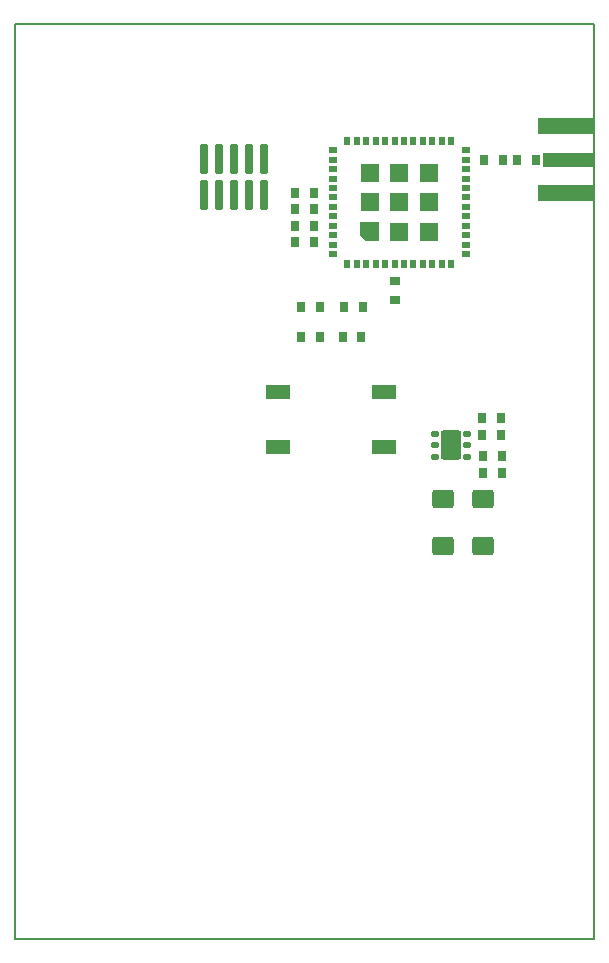
<source format=gbp>
G04*
G04 #@! TF.GenerationSoftware,Altium Limited,Altium Designer,22.0.2 (36)*
G04*
G04 Layer_Color=128*
%FSLAX44Y44*%
%MOMM*%
G71*
G04*
G04 #@! TF.SameCoordinates,30EAB5E2-3245-48BA-9E60-DBBC371523A7*
G04*
G04*
G04 #@! TF.FilePolarity,Positive*
G04*
G01*
G75*
%ADD11C,0.1500*%
%ADD12R,4.8000X1.3500*%
G04:AMPARAMS|DCode=18|XSize=0.75mm|YSize=0.9mm|CornerRadius=0.0938mm|HoleSize=0mm|Usage=FLASHONLY|Rotation=0.000|XOffset=0mm|YOffset=0mm|HoleType=Round|Shape=RoundedRectangle|*
%AMROUNDEDRECTD18*
21,1,0.7500,0.7125,0,0,0.0*
21,1,0.5625,0.9000,0,0,0.0*
1,1,0.1875,0.2813,-0.3563*
1,1,0.1875,-0.2813,-0.3563*
1,1,0.1875,-0.2813,0.3563*
1,1,0.1875,0.2813,0.3563*
%
%ADD18ROUNDEDRECTD18*%
G04:AMPARAMS|DCode=19|XSize=0.75mm|YSize=0.9mm|CornerRadius=0.0938mm|HoleSize=0mm|Usage=FLASHONLY|Rotation=270.000|XOffset=0mm|YOffset=0mm|HoleType=Round|Shape=RoundedRectangle|*
%AMROUNDEDRECTD19*
21,1,0.7500,0.7125,0,0,270.0*
21,1,0.5625,0.9000,0,0,270.0*
1,1,0.1875,-0.3563,-0.2813*
1,1,0.1875,-0.3563,0.2813*
1,1,0.1875,0.3563,0.2813*
1,1,0.1875,0.3563,-0.2813*
%
%ADD19ROUNDEDRECTD19*%
%ADD20R,1.6000X1.6000*%
%ADD22R,0.5000X0.8000*%
%ADD23R,0.8000X0.5000*%
%ADD24R,2.1000X1.3000*%
G04:AMPARAMS|DCode=25|XSize=0.6mm|YSize=2.5mm|CornerRadius=0.075mm|HoleSize=0mm|Usage=FLASHONLY|Rotation=0.000|XOffset=0mm|YOffset=0mm|HoleType=Round|Shape=RoundedRectangle|*
%AMROUNDEDRECTD25*
21,1,0.6000,2.3500,0,0,0.0*
21,1,0.4500,2.5000,0,0,0.0*
1,1,0.1500,0.2250,-1.1750*
1,1,0.1500,-0.2250,-1.1750*
1,1,0.1500,-0.2250,1.1750*
1,1,0.1500,0.2250,1.1750*
%
%ADD25ROUNDEDRECTD25*%
G04:AMPARAMS|DCode=26|XSize=1.75mm|YSize=2.5mm|CornerRadius=0.2188mm|HoleSize=0mm|Usage=FLASHONLY|Rotation=180.000|XOffset=0mm|YOffset=0mm|HoleType=Round|Shape=RoundedRectangle|*
%AMROUNDEDRECTD26*
21,1,1.7500,2.0625,0,0,180.0*
21,1,1.3125,2.5000,0,0,180.0*
1,1,0.4375,-0.6563,1.0313*
1,1,0.4375,0.6563,1.0313*
1,1,0.4375,0.6563,-1.0313*
1,1,0.4375,-0.6563,-1.0313*
%
%ADD26ROUNDEDRECTD26*%
G04:AMPARAMS|DCode=27|XSize=0.6mm|YSize=0.5mm|CornerRadius=0.0625mm|HoleSize=0mm|Usage=FLASHONLY|Rotation=0.000|XOffset=0mm|YOffset=0mm|HoleType=Round|Shape=RoundedRectangle|*
%AMROUNDEDRECTD27*
21,1,0.6000,0.3750,0,0,0.0*
21,1,0.4750,0.5000,0,0,0.0*
1,1,0.1250,0.2375,-0.1875*
1,1,0.1250,-0.2375,-0.1875*
1,1,0.1250,-0.2375,0.1875*
1,1,0.1250,0.2375,0.1875*
%
%ADD27ROUNDEDRECTD27*%
G04:AMPARAMS|DCode=28|XSize=1.6mm|YSize=1.8mm|CornerRadius=0.2mm|HoleSize=0mm|Usage=FLASHONLY|Rotation=270.000|XOffset=0mm|YOffset=0mm|HoleType=Round|Shape=RoundedRectangle|*
%AMROUNDEDRECTD28*
21,1,1.6000,1.4000,0,0,270.0*
21,1,1.2000,1.8000,0,0,270.0*
1,1,0.4000,-0.7000,-0.6000*
1,1,0.4000,-0.7000,0.6000*
1,1,0.4000,0.7000,0.6000*
1,1,0.4000,0.7000,-0.6000*
%
%ADD28ROUNDEDRECTD28*%
%ADD29R,4.2000X1.2700*%
G36*
X308000Y607000D02*
X292000D01*
Y596000D01*
X297000Y591000D01*
X308000D01*
Y607000D01*
D02*
G37*
D11*
X490000Y625000D02*
Y694000D01*
X-0Y775000D02*
X0Y0D01*
X-0Y775000D02*
X490000D01*
X490000Y0D01*
X0D02*
X490000D01*
D12*
X466000Y688250D02*
D03*
Y631750D02*
D03*
D18*
X293000Y510000D02*
D03*
X277000D02*
D03*
X294000Y535000D02*
D03*
X278000D02*
D03*
X241999Y510001D02*
D03*
X257999D02*
D03*
X241999Y535001D02*
D03*
X257999D02*
D03*
X253000Y590000D02*
D03*
X237000D02*
D03*
X253000Y604000D02*
D03*
X237000D02*
D03*
X253000Y618000D02*
D03*
X237000D02*
D03*
X253000Y632000D02*
D03*
X237000D02*
D03*
X411000Y441000D02*
D03*
X395000D02*
D03*
X411000Y427000D02*
D03*
X395000D02*
D03*
X412000Y409000D02*
D03*
X396000D02*
D03*
X412000Y395000D02*
D03*
X396000D02*
D03*
X413000Y660000D02*
D03*
X397000D02*
D03*
X441000D02*
D03*
X425000D02*
D03*
D19*
X321000Y541000D02*
D03*
Y557000D02*
D03*
D20*
X350000Y649000D02*
D03*
X325000D02*
D03*
X300000D02*
D03*
X350000Y624000D02*
D03*
X300000D02*
D03*
X350000Y599000D02*
D03*
X325000D02*
D03*
Y624000D02*
D03*
D22*
X281000Y572000D02*
D03*
X289000D02*
D03*
X297000D02*
D03*
X305000D02*
D03*
X313000D02*
D03*
X321000D02*
D03*
X329000D02*
D03*
X337000D02*
D03*
X345000D02*
D03*
X353000D02*
D03*
X361000D02*
D03*
X369000D02*
D03*
Y676000D02*
D03*
X361000D02*
D03*
X353000D02*
D03*
X345000D02*
D03*
X337000D02*
D03*
X329000D02*
D03*
X321000D02*
D03*
X313000D02*
D03*
X305000D02*
D03*
X297000D02*
D03*
X289000D02*
D03*
X281000D02*
D03*
D23*
X381500Y580000D02*
D03*
Y588000D02*
D03*
Y596000D02*
D03*
Y604000D02*
D03*
Y612000D02*
D03*
Y620000D02*
D03*
Y628000D02*
D03*
Y636000D02*
D03*
Y644000D02*
D03*
Y652000D02*
D03*
Y660000D02*
D03*
Y668000D02*
D03*
X268500D02*
D03*
Y660000D02*
D03*
Y652000D02*
D03*
Y644000D02*
D03*
Y636000D02*
D03*
Y628000D02*
D03*
Y580000D02*
D03*
Y588000D02*
D03*
Y596000D02*
D03*
Y604000D02*
D03*
Y612000D02*
D03*
Y620000D02*
D03*
D24*
X312000Y463000D02*
D03*
Y417000D02*
D03*
X222000Y463000D02*
D03*
Y417000D02*
D03*
D25*
X197700Y629760D02*
D03*
X210400D02*
D03*
X159600D02*
D03*
X172300D02*
D03*
X185000D02*
D03*
Y660240D02*
D03*
X172300D02*
D03*
X159600D02*
D03*
X210400D02*
D03*
X197700D02*
D03*
D26*
X369000Y418000D02*
D03*
D27*
X382500Y408500D02*
D03*
Y418000D02*
D03*
Y427500D02*
D03*
X355500D02*
D03*
Y418000D02*
D03*
Y408500D02*
D03*
D28*
X362000Y373000D02*
D03*
Y333000D02*
D03*
X396000Y373000D02*
D03*
Y333000D02*
D03*
D29*
X468000Y660000D02*
D03*
M02*

</source>
